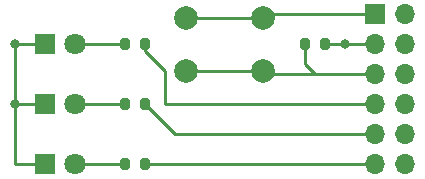
<source format=gbr>
%TF.GenerationSoftware,KiCad,Pcbnew,7.0.10*%
%TF.CreationDate,2024-01-31T19:13:49+09:00*%
%TF.ProjectId,test-smd,74657374-2d73-46d6-942e-6b696361645f,rev?*%
%TF.SameCoordinates,Original*%
%TF.FileFunction,Copper,L1,Top*%
%TF.FilePolarity,Positive*%
%FSLAX46Y46*%
G04 Gerber Fmt 4.6, Leading zero omitted, Abs format (unit mm)*
G04 Created by KiCad (PCBNEW 7.0.10) date 2024-01-31 19:13:49*
%MOMM*%
%LPD*%
G01*
G04 APERTURE LIST*
G04 Aperture macros list*
%AMRoundRect*
0 Rectangle with rounded corners*
0 $1 Rounding radius*
0 $2 $3 $4 $5 $6 $7 $8 $9 X,Y pos of 4 corners*
0 Add a 4 corners polygon primitive as box body*
4,1,4,$2,$3,$4,$5,$6,$7,$8,$9,$2,$3,0*
0 Add four circle primitives for the rounded corners*
1,1,$1+$1,$2,$3*
1,1,$1+$1,$4,$5*
1,1,$1+$1,$6,$7*
1,1,$1+$1,$8,$9*
0 Add four rect primitives between the rounded corners*
20,1,$1+$1,$2,$3,$4,$5,0*
20,1,$1+$1,$4,$5,$6,$7,0*
20,1,$1+$1,$6,$7,$8,$9,0*
20,1,$1+$1,$8,$9,$2,$3,0*%
G04 Aperture macros list end*
%TA.AperFunction,ComponentPad*%
%ADD10C,2.000000*%
%TD*%
%TA.AperFunction,SMDPad,CuDef*%
%ADD11RoundRect,0.200000X0.200000X0.275000X-0.200000X0.275000X-0.200000X-0.275000X0.200000X-0.275000X0*%
%TD*%
%TA.AperFunction,SMDPad,CuDef*%
%ADD12RoundRect,0.200000X-0.200000X-0.275000X0.200000X-0.275000X0.200000X0.275000X-0.200000X0.275000X0*%
%TD*%
%TA.AperFunction,ComponentPad*%
%ADD13R,1.700000X1.700000*%
%TD*%
%TA.AperFunction,ComponentPad*%
%ADD14O,1.700000X1.700000*%
%TD*%
%TA.AperFunction,ComponentPad*%
%ADD15R,1.800000X1.800000*%
%TD*%
%TA.AperFunction,ComponentPad*%
%ADD16C,1.800000*%
%TD*%
%TA.AperFunction,ViaPad*%
%ADD17C,0.800000*%
%TD*%
%TA.AperFunction,Conductor*%
%ADD18C,0.250000*%
%TD*%
G04 APERTURE END LIST*
D10*
%TO.P,SW1,1,1*%
%TO.N,Net-(J1-Pin_1)*%
X118670000Y-58710000D03*
X125170000Y-58710000D03*
%TO.P,SW1,2,2*%
%TO.N,Net-(J1-Pin_5)*%
X118670000Y-63210000D03*
X125170000Y-63210000D03*
%TD*%
D11*
%TO.P,R1,1*%
%TO.N,Net-(J1-Pin_7)*%
X115125000Y-60960000D03*
%TO.P,R1,2*%
%TO.N,Net-(D1-A)*%
X113475000Y-60960000D03*
%TD*%
D12*
%TO.P,R4,1*%
%TO.N,Net-(J1-Pin_5)*%
X128715000Y-60960000D03*
%TO.P,R4,2*%
%TO.N,GND*%
X130365000Y-60960000D03*
%TD*%
D11*
%TO.P,R3,1*%
%TO.N,Net-(J1-Pin_11)*%
X115125000Y-71120000D03*
%TO.P,R3,2*%
%TO.N,Net-(D3-A)*%
X113475000Y-71120000D03*
%TD*%
D13*
%TO.P,J1,1,Pin_1*%
%TO.N,Net-(J1-Pin_1)*%
X134620000Y-58420000D03*
D14*
%TO.P,J1,2,Pin_2*%
%TO.N,unconnected-(J1-Pin_2-Pad2)*%
X137160000Y-58420000D03*
%TO.P,J1,3,Pin_3*%
%TO.N,GND*%
X134620000Y-60960000D03*
%TO.P,J1,4,Pin_4*%
%TO.N,unconnected-(J1-Pin_4-Pad4)*%
X137160000Y-60960000D03*
%TO.P,J1,5,Pin_5*%
%TO.N,Net-(J1-Pin_5)*%
X134620000Y-63500000D03*
%TO.P,J1,6,Pin_6*%
%TO.N,unconnected-(J1-Pin_6-Pad6)*%
X137160000Y-63500000D03*
%TO.P,J1,7,Pin_7*%
%TO.N,Net-(J1-Pin_7)*%
X134620000Y-66040000D03*
%TO.P,J1,8,Pin_8*%
%TO.N,unconnected-(J1-Pin_8-Pad8)*%
X137160000Y-66040000D03*
%TO.P,J1,9,Pin_9*%
%TO.N,Net-(J1-Pin_9)*%
X134620000Y-68580000D03*
%TO.P,J1,10,Pin_10*%
%TO.N,unconnected-(J1-Pin_10-Pad10)*%
X137160000Y-68580000D03*
%TO.P,J1,11,Pin_11*%
%TO.N,Net-(J1-Pin_11)*%
X134620000Y-71120000D03*
%TO.P,J1,12,Pin_12*%
%TO.N,unconnected-(J1-Pin_12-Pad12)*%
X137160000Y-71120000D03*
%TD*%
D11*
%TO.P,R2,1*%
%TO.N,Net-(J1-Pin_9)*%
X115125000Y-66040000D03*
%TO.P,R2,2*%
%TO.N,Net-(D2-A)*%
X113475000Y-66040000D03*
%TD*%
D15*
%TO.P,D2,1,K*%
%TO.N,GND*%
X106680000Y-66040000D03*
D16*
%TO.P,D2,2,A*%
%TO.N,Net-(D2-A)*%
X109220000Y-66040000D03*
%TD*%
D15*
%TO.P,D3,1,K*%
%TO.N,GND*%
X106680000Y-71120000D03*
D16*
%TO.P,D3,2,A*%
%TO.N,Net-(D3-A)*%
X109220000Y-71120000D03*
%TD*%
D15*
%TO.P,D1,1,K*%
%TO.N,GND*%
X106680000Y-60960000D03*
D16*
%TO.P,D1,2,A*%
%TO.N,Net-(D1-A)*%
X109220000Y-60960000D03*
%TD*%
D17*
%TO.N,GND*%
X132080000Y-60960000D03*
X104140000Y-66040000D03*
X104140000Y-60960000D03*
%TD*%
D18*
%TO.N,GND*%
X106680000Y-71120000D02*
X104140000Y-71120000D01*
X134620000Y-60960000D02*
X132080000Y-60960000D01*
X106680000Y-60960000D02*
X104140000Y-60960000D01*
X104140000Y-71120000D02*
X104140000Y-66040000D01*
X132080000Y-60960000D02*
X130365000Y-60960000D01*
X104140000Y-60960000D02*
X104140000Y-66040000D01*
X104140000Y-66040000D02*
X106680000Y-66040000D01*
%TO.N,Net-(D1-A)*%
X113475000Y-60960000D02*
X109220000Y-60960000D01*
%TO.N,Net-(D2-A)*%
X109220000Y-66040000D02*
X113475000Y-66040000D01*
%TO.N,Net-(D3-A)*%
X109220000Y-71120000D02*
X113475000Y-71120000D01*
%TO.N,Net-(J1-Pin_1)*%
X118670000Y-58710000D02*
X125170000Y-58710000D01*
X134620000Y-58420000D02*
X125460000Y-58420000D01*
X125460000Y-58420000D02*
X125170000Y-58710000D01*
%TO.N,Net-(J1-Pin_9)*%
X117665000Y-68580000D02*
X115125000Y-66040000D01*
X134620000Y-68580000D02*
X117665000Y-68580000D01*
%TO.N,Net-(J1-Pin_5)*%
X128715000Y-62675000D02*
X129540000Y-63500000D01*
X125460000Y-63500000D02*
X125170000Y-63210000D01*
X129540000Y-63500000D02*
X125460000Y-63500000D01*
X128715000Y-60960000D02*
X128715000Y-62675000D01*
X118670000Y-63210000D02*
X125170000Y-63210000D01*
X134330000Y-63210000D02*
X134620000Y-63500000D01*
X134620000Y-63500000D02*
X129540000Y-63500000D01*
%TO.N,Net-(J1-Pin_7)*%
X116840000Y-66040000D02*
X116840000Y-63253833D01*
X116840000Y-63253833D02*
X115125000Y-61538833D01*
X134620000Y-66040000D02*
X116840000Y-66040000D01*
X115125000Y-61538833D02*
X115125000Y-60960000D01*
%TO.N,Net-(J1-Pin_11)*%
X134620000Y-71120000D02*
X115125000Y-71120000D01*
%TD*%
M02*

</source>
